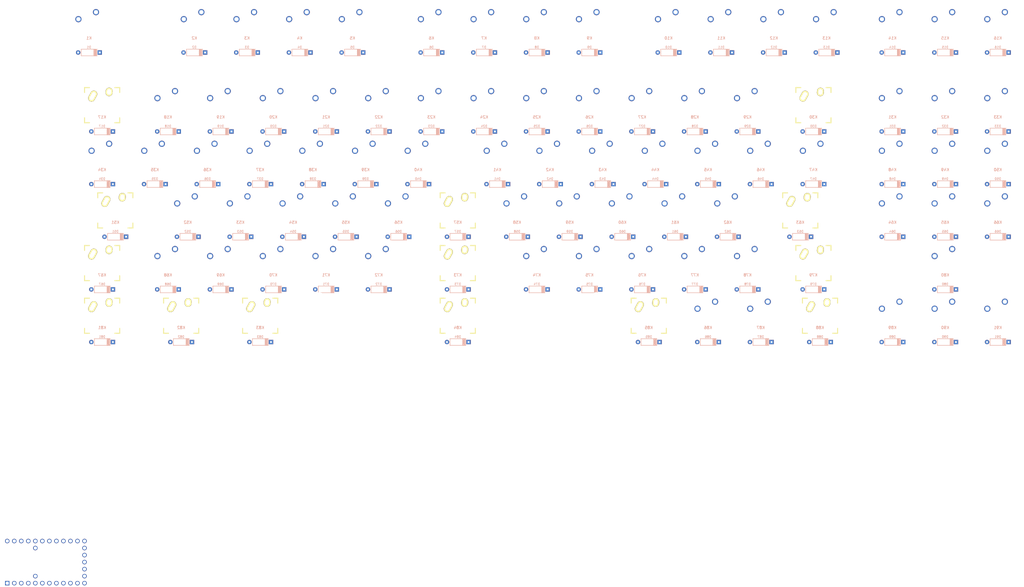
<source format=kicad_pcb>
(kicad_pcb (version 20211014) (generator pcbnew)
  (layers (0 "F.Cu" signal) (31 "B.Cu" signal) (34 "B.Paste" user) (35 "F.Paste" user) (36 "B.SilkS" user "B.Silkscreen") (37 "F.SilkS" user "F.Silkscreen") (38 "B.Mask" user) (39 "F.Mask" user) (44 "Edge.Cuts" user))
  (net 0 "")
  (net 1 "/col4")
  (net 2 "/col12")
  (net 3 "/col5")
  (net 4 "GND")
  (net 5 "/col9")
  (net 6 "/col11")
  (net 7 "/col6")
  (net 8 "/col14")
  (net 9 "/col13")
  (net 10 "/col7")
  (net 12 "/col2")
  (net 13 "/col10")
  (net 14 "/col15")
  (net 15 "/row1")
  (net 16 "/row0")
  (net 17 "/col8")
  (net 18 "/col0")
  (net 19 "/col3")
  (net 20 "/col1")
  (net 21 "/row5")
  (net 22 "/row4")
  (net 23 "/row3")
  (net 24 "/row2")
  (net 25 "+5V")
  (net 28 "Net-(D25-Pad2)")
  (net 29 "Net-(D46-Pad2)")
  (net 30 "Net-(D26-Pad2)")
  (net 31 "Net-(D27-Pad2)")
  (net 32 "Net-(D28-Pad2)")
  (net 33 "Net-(D29-Pad2)")
  (net 34 "Net-(D30-Pad2)")
  (net 35 "Net-(D31-Pad2)")
  (net 36 "Net-(D32-Pad2)")
  (net 37 "Net-(D33-Pad2)")
  (net 38 "Net-(D34-Pad2)")
  (net 39 "Net-(D35-Pad2)")
  (net 40 "Net-(D36-Pad2)")
  (net 41 "Net-(D37-Pad2)")
  (net 42 "Net-(D38-Pad2)")
  (net 43 "Net-(D39-Pad2)")
  (net 44 "Net-(D40-Pad2)")
  (net 45 "Net-(D41-Pad2)")
  (net 46 "Net-(D42-Pad2)")
  (net 47 "Net-(D43-Pad2)")
  (net 48 "Net-(D44-Pad2)")
  (net 49 "Net-(D45-Pad2)")
  (net 50 "Net-(D2-Pad2)")
  (net 51 "Net-(D13-Pad2)")
  (net 52 "Net-(D1-Pad2)")
  (net 53 "Net-(D3-Pad2)")
  (net 54 "Net-(D4-Pad2)")
  (net 55 "Net-(D5-Pad2)")
  (net 56 "Net-(D6-Pad2)")
  (net 57 "Net-(D7-Pad2)")
  (net 58 "Net-(D8-Pad2)")
  (net 59 "Net-(D9-Pad2)")
  (net 60 "Net-(D10-Pad2)")
  (net 61 "Net-(D11-Pad2)")
  (net 62 "Net-(D12-Pad2)")
  (net 63 "Net-(D24-Pad2)")
  (net 64 "Net-(D14-Pad2)")
  (net 65 "Net-(D15-Pad2)")
  (net 66 "Net-(D16-Pad2)")
  (net 67 "Net-(D17-Pad2)")
  (net 68 "Net-(D18-Pad2)")
  (net 69 "Net-(D19-Pad2)")
  (net 70 "Net-(D20-Pad2)")
  (net 71 "Net-(D21-Pad2)")
  (net 72 "Net-(D22-Pad2)")
  (net 73 "Net-(D23-Pad2)")
  (net 74 "Net-(D81-Pad2)")
  (net 75 "Net-(D70-Pad2)")
  (net 76 "Net-(D71-Pad2)")
  (net 77 "Net-(D72-Pad2)")
  (net 78 "Net-(D73-Pad2)")
  (net 79 "Net-(D74-Pad2)")
  (net 80 "Net-(D75-Pad2)")
  (net 81 "Net-(D76-Pad2)")
  (net 82 "Net-(D77-Pad2)")
  (net 83 "Net-(D78-Pad2)")
  (net 84 "Net-(D79-Pad2)")
  (net 85 "Net-(D80-Pad2)")
  (net 86 "Net-(D69-Pad2)")
  (net 87 "Net-(D82-Pad2)")
  (net 88 "Net-(D83-Pad2)")
  (net 89 "Net-(D84-Pad2)")
  (net 90 "Net-(D85-Pad2)")
  (net 91 "Net-(D86-Pad2)")
  (net 92 "Net-(D87-Pad2)")
  (net 93 "Net-(D88-Pad2)")
  (net 94 "Net-(D89-Pad2)")
  (net 95 "Net-(D90-Pad2)")
  (net 96 "Net-(D91-Pad2)")
  (net 97 "Net-(D58-Pad2)")
  (net 98 "Net-(D48-Pad2)")
  (net 99 "Net-(D49-Pad2)")
  (net 100 "Net-(D50-Pad2)")
  (net 101 "Net-(D51-Pad2)")
  (net 102 "Net-(D52-Pad2)")
  (net 103 "Net-(D53-Pad2)")
  (net 104 "Net-(D54-Pad2)")
  (net 105 "Net-(D55-Pad2)")
  (net 106 "Net-(D56-Pad2)")
  (net 107 "Net-(D57-Pad2)")
  (net 108 "Net-(D47-Pad2)")
  (net 109 "Net-(D59-Pad2)")
  (net 110 "Net-(D60-Pad2)")
  (net 111 "Net-(D61-Pad2)")
  (net 112 "Net-(D62-Pad2)")
  (net 113 "Net-(D63-Pad2)")
  (net 114 "Net-(D64-Pad2)")
  (net 115 "Net-(D65-Pad2)")
  (net 116 "Net-(D66-Pad2)")
  (net 117 "Net-(D67-Pad2)")
  (net 118 "Net-(D68-Pad2)")
  (net 119 "Net-(D24-Pad1)")
  (footprint "keebs:Mx_ONLY_100" (layer "F.Cu") (at 357.1875 76.2)
    (fp_text reference "K50")
    (fp_text value "SW_Push" hide)
  )
  (footprint "keebs:Mx_ONLY_100" (layer "F.Cu") (at 319.0875 133.35)
    (fp_text reference "K89")
    (fp_text value "SW_Push" hide)
  )
  (footprint "keebs:Mx_Alps_150" (layer "F.Cu") (at 33.3375 133.35)
    (fp_text reference "K81")
    (fp_text value "SW_Push" hide)
  )
  (footprint "keebs:D_SOD123_noSM_v1.0" (layer "F.Cu") (at 209.55 123.825 180)
    (fp_text reference "D75")
    (fp_text value "1N4148" hide)
  )
  (footprint "keebs:Mx_ONLY_100" (layer "F.Cu") (at 276.225 28.575)
    (fp_text reference "K12")
    (fp_text value "SW_Push" hide)
  )
  (footprint "keebs:D_SOD123_noSM_v1.0" (layer "F.Cu") (at 76.2 123.825 180)
    (fp_text reference "D69")
    (fp_text value "1N4148" hide)
  )
  (footprint "keebs:D_SOD123_noSM_v1.0" (layer "F.Cu") (at 357.1875 85.725 180)
    (fp_text reference "D50")
    (fp_text value "1N4148" hide)
  )
  (footprint "keebs:D_SOD123_noSM_v1.0" (layer "F.Cu") (at 95.25 66.675 180)
    (fp_text reference "D20")
    (fp_text value "1N4148" hide)
  )
  (footprint "keebs:Mx_ONLY_100" (layer "F.Cu") (at 295.275 28.575)
    (fp_text reference "K13")
    (fp_text value "SW_Push" hide)
  )
  (footprint "keebs:D_SOD123_noSM_v1.0" (layer "F.Cu") (at 202.40625 104.775 180)
    (fp_text reference "D59")
    (fp_text value "1N4148" hide)
  )
  (footprint "keebs:Mx_ONLY_100" (layer "F.Cu") (at 128.5875 76.2)
    (fp_text reference "K39")
    (fp_text value "SW_Push" hide)
  )
  (footprint "keebs:Teensy2.0_text_mod_v1.2" (layer "F.Cu") (at 13 222.5)
    (fp_text reference "U1")
    (fp_text value "Elite_C_V4")
  )
  (footprint "keebs:Mx_ONLY_100" (layer "F.Cu") (at 319.0875 76.2)
    (fp_text reference "K48")
    (fp_text value "SW_Push" hide)
  )
  (footprint "keebs:D_SOD123_noSM_v1.0" (layer "F.Cu") (at 209.55 38.1 180)
    (fp_text reference "D9")
    (fp_text value "1N4148" hide)
  )
  (footprint "keebs:Mx_ONLY_100" (layer "F.Cu") (at 338.1375 133.35)
    (fp_text reference "K90")
    (fp_text value "SW_Push" hide)
  )
  (footprint "keebs:D_SOD123_noSM_v1.0" (layer "F.Cu") (at 357.1875 38.1 180)
    (fp_text reference "D16")
    (fp_text value "1N4148" hide)
  )
  (footprint "keebs:D_SOD123_noSM_v1.0" (layer "F.Cu") (at 152.4 66.675 180)
    (fp_text reference "D23")
    (fp_text value "1N4148" hide)
  )
  (footprint "keebs:D_SOD123_noSM_v1.0" (layer "F.Cu") (at 171.45 38.1 180)
    (fp_text reference "D7")
    (fp_text value "1N4148" hide)
  )
  (footprint "keebs:Mx_ONLY_100" (layer "F.Cu") (at 257.175 28.575)
    (fp_text reference "K11")
    (fp_text value "SW_Push" hide)
  )
  (footprint "keebs:Mx_Alps_125" (layer "F.Cu") (at 230.98125 133.35)
    (fp_text reference "K85")
    (fp_text value "SW_Push" hide)
  )
  (footprint "keebs:D_SOD123_noSM_v1.0" (layer "F.Cu") (at 133.35 66.675 180)
    (fp_text reference "D22")
    (fp_text value "1N4148" hide)
  )
  (footprint "keebs:Mx_Alps_125" (layer "F.Cu") (at 161.925 95.25)
    (fp_text reference "K57")
    (fp_text value "SW_Push" hide)
  )
  (footprint "keebs:D_SOD123_noSM_v1.0" (layer "F.Cu") (at 140.49375 104.775 180)
    (fp_text reference "D56")
    (fp_text value "1N4148" hide)
  )
  (footprint "keebs:Mx_ONLY_100" (layer "F.Cu") (at 290.5125 76.2)
    (fp_text reference "K47")
    (fp_text value "SW_Push" hide)
  )
  (footprint "keebs:D_SOD123_noSM_v1.0" (layer "F.Cu") (at 171.45 66.675 180)
    (fp_text reference "D24")
    (fp_text value "1N4148" hide)
  )
  (footprint "keebs:Mx_ONLY_100" (layer "F.Cu") (at 52.3875 76.2)
    (fp_text reference "K35")
    (fp_text value "SW_Push" hide)
  )
  (footprint "keebs:D_SOD123_noSM_v1.0" (layer "F.Cu") (at 33.3375 85.725 180)
    (fp_text reference "D34")
    (fp_text value "1N4148" hide)
  )
  (footprint "keebs:D_SOD123_noSM_v1.0" (layer "F.Cu") (at 233.3625 85.725 180)
    (fp_text reference "D44")
    (fp_text value "1N4148" hide)
  )
  (footprint "keebs:D_SOD123_noSM_v1.0" (layer "F.Cu") (at 161.925 123.825 180)
    (fp_text reference "D73")
    (fp_text value "1N4148" hide)
  )
  (footprint "keebs:Mx_ONLY_100" (layer "F.Cu") (at 176.2125 76.2)
    (fp_text reference "K41")
    (fp_text value "SW_Push" hide)
  )
  (footprint "keebs:Mx_ONLY_100" (layer "F.Cu") (at 247.65 57.15)
    (fp_text reference "K28")
    (fp_text value "SW_Push" hide)
  )
  (footprint "keebs:D_SOD123_noSM_v1.0" (layer "F.Cu") (at 102.39375 104.775 180)
    (fp_text reference "D54")
    (fp_text value "1N4148" hide)
  )
  (footprint "keebs:D_SOD123_noSM_v1.0" (layer "F.Cu") (at 90.4875 142.875 180)
    (fp_text reference "D83")
    (fp_text value "1N4148" hide)
  )
  (footprint "keebs:D_SOD123_noSM_v1.0" (layer "F.Cu") (at 57.15 123.825 180)
    (fp_text reference "D68")
    (fp_text value "1N4148" hide)
  )
  (footprint "keebs:Mx_ONLY_100" (layer "F.Cu") (at 104.775 28.575)
    (fp_text reference "K4")
    (fp_text value "SW_Push" hide)
  )
  (footprint "keebs:Mx_ONLY_100" (layer "F.Cu") (at 247.65 114.3)
    (fp_text reference "K77")
    (fp_text value "SW_Push" hide)
  )
  (footprint "keebs:D_SOD123_noSM_v1.0" (layer "F.Cu") (at 161.925 142.875 180)
    (fp_text reference "D84")
    (fp_text value "1N4148" hide)
  )
  (footprint "keebs:Mx_ONLY_100" (layer "F.Cu") (at 271.4625 76.2)
    (fp_text reference "K46")
    (fp_text value "SW_Push" hide)
  )
  (footprint "keebs:D_SOD123_noSM_v1.0" (layer "F.Cu") (at 214.3125 85.725 180)
    (fp_text reference "D43")
    (fp_text value "1N4148" hide)
  )
  (footprint "keebs:Mx_ONLY_100" (layer "F.Cu") (at 76.2 114.3)
    (fp_text reference "K69")
    (fp_text value "SW_Push" hide)
  )
  (footprint "keebs:Mx_ONLY_100" (layer "F.Cu") (at 233.3625 76.2)
    (fp_text reference "K44")
    (fp_text value "SW_Push" hide)
  )
  (footprint "keebs:D_SOD123_noSM_v1.0" (layer "F.Cu") (at 221.45625 104.775 180)
    (fp_text reference "D60")
    (fp_text value "1N4148" hide)
  )
  (footprint "keebs:D_SOD123_noSM_v1.0" (layer "F.Cu") (at 114.3 66.675 180)
    (fp_text reference "D21")
    (fp_text value "1N4148" hide)
  )
  (footprint "keebs:Mx_Alps_200" (layer "F.Cu") (at 161.925 114.3)
    (fp_text reference "K73")
    (fp_text value "SW_Push" hide)
  )
  (footprint "keebs:Mx_ONLY_100" (layer "F.Cu") (at 338.1375 114.3)
    (fp_text reference "K80")
    (fp_text value "SW_Push" hide)
  )
  (footprint "keebs:Mx_Alps_150" (layer "F.Cu") (at 33.3375 114.3)
    (fp_text reference "K67")
    (fp_text value "SW_Push" hide)
  )
  (footprint "keebs:Mx_ONLY_100" (layer "F.Cu") (at 109.5375 76.2)
    (fp_text reference "K38")
    (fp_text value "SW_Push" hide)
  )
  (footprint "keebs:Mx_ONLY_100" (layer "F.Cu") (at 240.50625 95.25)
    (fp_text reference "K61")
    (fp_text value "SW_Push" hide)
  )
  (footprint "keebs:D_SOD123_noSM_v1.0" (layer "F.Cu") (at 52.3875 85.725 180)
    (fp_text reference "D35")
    (fp_text value "1N4148" hide)
  )
  (footprint "keebs:Mx_ONLY_100" (layer "F.Cu") (at 209.55 28.575)
    (fp_text reference "K9")
    (fp_text value "SW_Push" hide)
  )
  (footprint "keebs:Mx_ONLY_100" (layer "F.Cu") (at 133.35 114.3)
    (fp_text reference "K72")
    (fp_text value "SW_Push" hide)
  )
  (footprint "keebs:D_SOD123_noSM_v1.0" (layer "F.Cu") (at 319.0875 66.675 180)
    (fp_text reference "D31")
    (fp_text value "1N4148" hide)
  )
  (footprint "keebs:D_SOD123_noSM_v1.0" (layer "F.Cu") (at 319.0875 104.775 180)
    (fp_text reference "D64")
    (fp_text value "1N4148" hide)
  )
  (footprint "keebs:Mx_ONLY_100" (layer "F.Cu") (at 95.25 114.3)
    (fp_text reference "K70")
    (fp_text value "SW_Push" hide)
  )
  (footprint "keebs:Mx_ONLY_100" (layer "F.Cu") (at 140.49375 95.25)
    (fp_text reference "K56")
    (fp_text value "SW_Push" hide)
  )
  (footprint "keebs:D_SOD123_noSM_v1.0" (layer "F.Cu") (at 61.9125 142.875 180)
    (fp_text reference "D82")
    (fp_text value "1N4148" hide)
  )
  (footprint "keebs:Mx_Alps_150" (layer "F.Cu") (at 61.9125 133.35)
    (fp_text reference "K82")
    (fp_text value "SW_Push" hide)
  )
  (footprint "keebs:D_SOD123_noSM_v1.0" (layer "F.Cu") (at 266.7 66.675 180)
    (fp_text reference "D29")
    (fp_text value "1N4148" hide)
  )
  (footprint "keebs:D_SOD123_noSM_v1.0" (layer "F.Cu") (at 357.1875 104.775 180)
    (fp_text reference "D66")
    (fp_text value "1N4148" hide)
  )
  (footprint "keebs:Mx_ONLY_100" (layer "F.Cu") (at 76.2 57.15)
    (fp_text reference "K19")
    (fp_text value "SW_Push" hide)
  )
  (footprint "keebs:Mx_Alps_175" (layer "F.Cu") (at 38.1 95.25)
    (fp_text reference "K51")
    (fp_text value "SW_Push" hide)
  )
  (footprint "keebs:D_SOD123_noSM_v1.0" (layer "F.Cu") (at 290.5125 66.675 180)
    (fp_text reference "D30")
    (fp_text value "1N4148" hide)
  )
  (footprint "keebs:Mx_ONLY_100" (layer "F.Cu") (at 357.1875 28.575)
    (fp_text reference "K16")
    (fp_text value "SW_Push" hide)
  )
  (footprint "keebs:D_SOD123_noSM_v1.0" (layer "F.Cu") (at 114.3 123.825 180)
    (fp_text reference "D71")
    (fp_text value "1N4148" hide)
  )
  (footprint "keebs:D_SOD123_noSM_v1.0" (layer "F.Cu") (at 128.5875 85.725 180)
    (fp_text reference "D39")
    (fp_text value "1N4148" hide)
  )
  (footprint "keebs:D_SOD123_noSM_v1.0" (layer "F.Cu") (at 83.34375 104.775 180)
    (fp_text reference "D53")
    (fp_text value "1N4148" hide)
  )
  (footprint "keebs:Mx_ONLY_100" (layer "F.Cu") (at 214.3125 76.2)
    (fp_text reference "K43")
    (fp_text value "SW_Push" hide)
  )
  (footprint "keebs:D_SOD123_noSM_v1.0" (layer "F.Cu") (at 90.4875 85.725 180)
    (fp_text reference "D37")
    (fp_text value "1N4148" hide)
  )
  (footprint "keebs:Mx_ONLY_100" (layer "F.Cu") (at 221.45625 95.25)
    (fp_text reference "K60")
    (fp_text value "SW_Push" hide)
  )
  (footprint "keebs:Mx_ONLY_100" (layer "F.Cu") (at 357.1875 133.35)
    (fp_text reference "K91")
    (fp_text value "SW_Push" hide)
  )
  (footprint "keebs:D_SOD123_noSM_v1.0" (layer "F.Cu") (at 259.55625 104.775 180)
    (fp_text reference "D62")
    (fp_text value "1N4148" hide)
  )
  (footprint "keebs:Mx_Alps_175" (layer "F.Cu") (at 285.75 95.25)
    (fp_text reference "K63")
    (fp_text value "SW_Push" hide)
  )
  (footprint "keebs:D_SOD123_noSM_v1.0" (layer "F.Cu") (at 338.1375 142.875 180)
    (fp_text reference "D90")
    (fp_text value "1N4148" hide)
  )
  (footprint "keebs:Mx_ONLY_100" (layer "F.Cu") (at 319.0875 95.25)
    (fp_text reference "K64")
    (fp_text value "SW_Push" hide)
  )
  (footprint "keebs:Mx_ONLY_100" (layer "F.Cu") (at 209.55 57.15)
    (fp_text reference "K26")
    (fp_text value "SW_Push" hide)
  )
  (footprint "keebs:Mx_Alps_150" (layer "F.Cu") (at 90.4875 133.35)
    (fp_text reference "K83")
    (fp_text value "SW_Push" hide)
  )
  (footprint "keebs:D_SOD123_noSM_v1.0" (layer "F.Cu") (at 190.5 66.675 180)
    (fp_text reference "D25")
    (fp_text value "1N4148" hide)
  )
  (footprint "keebs:Mx_ONLY_100" (layer "F.Cu") (at 190.5 57.15)
    (fp_text reference "K25")
    (fp_text value "SW_Push" hide)
  )
  (footprint "keebs:D_SOD123_noSM_v1.0" (layer "F.Cu") (at 195.2625 85.725 180)
    (fp_text reference "D42")
    (fp_text value "1N4148" hide)
  )
  (footprint "keebs:D_SOD123_noSM_v1.0" (layer "F.Cu") (at 121.44375 104.775 180)
    (fp_text reference "D55")
    (fp_text value "1N4148" hide)
  )
  (footprint "keebs:Mx_ONLY_100" (layer "F.Cu") (at 266.7 114.3)
    (fp_text reference "K78")
    (fp_text value "SW_Push" hide)
  )
  (footprint "keebs:Mx_ONLY_100" (layer "F.Cu") (at 114.3 114.3)
    (fp_text reference "K71")
    (fp_text value "SW_Push" hide)
  )
  (footprint "keebs:D_SOD123_noSM_v1.0" (layer "F.Cu") (at 292.89375 142.875 180)
    (fp_text reference "D88")
    (fp_text value "1N4148" hide)
  )
  (footprint "keebs:D_SOD123_noSM_v1.0" (layer "F.Cu") (at 338.1375 85.725 180)
    (fp_text reference "D49")
    (fp_text value "1N4148" hide)
  )
  (footprint "keebs:Mx_ONLY_100" (layer "F.Cu") (at 259.55625 95.25)
    (fp_text reference "K62")
    (fp_text value "SW_Push" hide)
  )
  (footprint "keebs:D_SOD123_noSM_v1.0" (layer "F.Cu") (at 290.5125 85.725 180)
    (fp_text reference "D47")
    (fp_text value "1N4148" hide)
  )
  (footprint "keebs:Mx_ONLY_100" (layer "F.Cu") (at 190.5 114.3)
    (fp_text reference "K74")
    (fp_text value "SW_Push" hide)
  )
  (footprint "keebs:Mx_ONLY_100" (layer "F.Cu") (at 90.4875 76.2)
    (fp_text reference "K37")
    (fp_text value "SW_Push" hide)
  )
  (footprint "keebs:D_SOD123_noSM_v1.0" (layer "F.Cu") (at 319.0875 38.1 180)
    (fp_text reference "D14")
    (fp_text value "1N4148" hide)
  )
  (footprint "keebs:D_SOD123_noSM_v1.0" (layer "F.Cu") (at 238.125 38.1 180)
    (fp_text reference "D10")
    (fp_text value "1N4148" hide)
  )
  (footprint "keebs:Mx_Alps_150" (layer "F.Cu") (at 290.5125 57.15)
    (fp_text reference "K30")
    (fp_text value "SW_Push" hide)
  )
  (footprint "keebs:D_SOD123_noSM_v1.0" (layer "F.Cu") (at 71.4375 85.725 180)
    (fp_text reference "D36")
    (fp_text value "1N4148" hide)
  )
  (footprint "keebs:Mx_ONLY_100" (layer "F.Cu") (at 190.5 28.575)
    (fp_text reference "K8")
    (fp_text value "SW_Push" hide)
  )
  (footprint "keebs:D_SOD123_noSM_v1.0" (layer "F.Cu") (at 271.4625 85.725 180)
    (fp_text reference "D46")
    (fp_text value "1N4148" hide)
  )
  (footprint "keebs:D_SOD123_noSM_v1.0" (layer "F.Cu") (at 33.3375 123.825 180)
    (fp_text reference "D67")
    (fp_text value "1N4148" hide)
  )
  (footprint "keebs:Mx_ONLY_100" (layer "F.Cu") (at 195.2625 76.2)
    (fp_text reference "K42")
    (fp_text value "SW_Push" hide)
  )
  (footprint "keebs:D_SOD123_noSM_v1.0" (layer "F.Cu") (at 176.2125 85.725 180)
    (fp_text reference "D41")
    (fp_text value "1N4148" hide)
  )
  (footprint "keebs:D_SOD123_noSM_v1.0" (layer "F.Cu") (at 271.4625 142.875 180)
    (fp_text reference "D87")
    (fp_text value "1N4148" hide)
  )
  (footprint "keebs:D_SOD123_noSM_v1.0" (layer "F.Cu") (at 123.825 38.1 180)
    (fp_text reference "D5")
    (fp_text value "1N4148" hide)
  )
  (footprint "keebs:D_SOD123_noSM_v1.0" (layer "F.Cu") (at 319.0875 85.725 180)
    (fp_text reference "D48")
    (fp_text value "1N4148" hide)
  )
  (footprint "keebs:Mx_ONLY_100" (layer "F.Cu") (at 95.25 57.15)
    (fp_text reference "K20")
    (fp_text value "SW_Push" hide)
  )
  (footprint "keebs:D_SOD123_noSM_v1.0" (layer "F.Cu") (at 28.575 38.1 180)
    (fp_text reference "D1")
    (fp_text value "1N4148" hide)
  )
  (footprint "keebs:D_SOD123_noSM_v1.0" (layer "F.Cu") (at 247.65 123.825 180)
    (fp_text reference "D77")
    (fp_text value "1N4148" hide)
  )
  (footprint "keebs:Mx_ONLY_100" (layer "F.Cu") (at 252.4125 133.35)
    (fp_text reference "K86")
    (fp_text value "SW_Push" hide)
  )
  (footprint "keebs:D_SOD123_noSM_v1.0" (layer "F.Cu") (at 57.15 66.675 180)
    (fp_text reference "D18")
    (fp_text value "1N4148" hide)
  )
  (footprint "keebs:Mx_ONLY_100" (layer "F.Cu") (at 271.4625 133.35)
    (fp_text reference "K87")
    (fp_text value "SW_Push" hide)
  )
  (footprint "keebs:Mx_ONLY_100" (layer "F.Cu") (at 228.6 57.15)
    (fp_text reference "K27")
    (fp_text value "SW_Push" hide)
  )
  (footprint "keebs:D_SOD123_noSM_v1.0" (layer "F.Cu") (at 276.225 38.1 180)
    (fp_text reference "D12")
    (fp_text value "1N4148" hide)
  )
  (footprint "keebs:D_SOD123_noSM_v1.0" (layer "F.Cu") (at 104.775 38.1 180)
    (fp_text reference "D4")
    (fp_text value "1N4148" hide)
  )
  (footprint "keebs:Mx_ONLY_100" (layer "F.Cu") (at 338.1375 76.2)
    (fp_text reference "K49")
    (fp_text value "SW_Push" hide)
  )
  (footprint "keebs:D_SOD123_noSM_v1.0" (layer "F.Cu") (at 183.35625 104.775 180)
    (fp_text reference "D58")
    (fp_text value "1N4148" hide)
  )
  (footprint "keebs:Mx_ONLY_100" (layer "F.Cu") (at 338.1375 28.575)
    (fp_text reference "K15")
    (fp_text value "SW_Push" hide)
  )
  (footprint "keebs:Mx_ONLY_100" (layer "F.Cu") (at 114.3 57.15)
    (fp_text reference "K21")
    (fp_text value "SW_Push" hide)
  )
  (footprint "keebs:Mx_ONLY_100" (layer "F.Cu") (at 83.34375 95.25)
    (fp_text reference "K53")
    (fp_text value "SW_Push" hide)
  )
  (footprint "keebs:Mx_ONLY_100" (layer "F.Cu") (at 71.4375 76.2)
    (fp_text reference "K36")
    (fp_text value "SW_Push" hide)
  )
  (footprint "keebs:Mx_Alps_150" (layer "F.Cu") (at 33.3375 57.15)
    (fp_text reference "K17")
    (fp_text value "SW_Push" hide)
  )
  (footprint "keebs:Mx_ONLY_100" (layer "F.Cu") (at 357.1875 95.25)
    (fp_text reference "K66")
    (fp_text value "SW_Push" hide)
  )
  (footprint "keebs:D_SOD123_noSM_v1.0" (layer "F.Cu") (at 357.1875 142.875 180)
    (fp_text reference "D91")
    (fp_text value "1N4148" hide)
  )
  (footprint "keebs:Mx_ONLY_100" (layer "F.Cu") (at 252.4125 76.2)
    (fp_text reference "K45")
    (fp_text value "SW_Push" hide)
  )
  (footprint "keebs:D_SOD123_noSM_v1.0" (layer "F.Cu") (at 357.1875 66.675 180)
    (fp_text reference "D33")
    (fp_text value "1N4148" hide)
  )
  (footprint "keebs:Mx_ONLY_100" (layer "F.Cu") (at 357.1875 57.15)
    (fp_text reference "K33")
    (fp_text value "SW_Push" hide)
  )
  (footprint "keebs:D_SOD123_noSM_v1.0" (layer "F.Cu") (at 228.6 123.825 180)
    (fp_text reference "D76")
    (fp_text value "1N4148" hide)
  )
  (footprint "keebs:Mx_ONLY_100" (layer "F.Cu") (at 319.0875 28.575)
    (fp_text reference "K14")
    (fp_text value "SW_Push" hide)
  )
  (footprint "keebs:Mx_ONLY_100" (layer "F.Cu") (at 85.725 28.575)
    (fp_text reference "K3")
    (fp_text value "SW_Push" hide)
  )
  (footprint "keebs:D_SOD123_noSM_v1.0" (layer "F.Cu") (at 209.55 66.675 180)
    (fp_text reference "D26")
    (fp_text value "1N4148" hide)
  )
  (footprint "keebs:D_SOD123_noSM_v1.0" (layer "F.Cu") (at 76.2 66.675 180)
    (fp_text reference "D19")
    (fp_text value "1N4148" hide)
  )
  (footprint "keebs:D_SOD123_noSM_v1.0" (layer "F.Cu") (at 64.29375 104.775 180)
    (fp_text reference "D52")
    (fp_text value "1N4148" hide)
  )
  (footprint "keebs:D_SOD123_noSM_v1.0" (layer "F.Cu") (at 109.5375 85.725 180)
    (fp_text reference "D38")
    (fp_text value "1N4148" hide)
  )
  (footprint "keebs:D_SOD123_noSM_v1.0" (layer "F.Cu") (at 230.98125 142.875 180)
    (fp_text reference "D85")
    (fp_text value "1N4148" hide)
  )
  (footprint "keebs:D_SOD123_noSM_v1.0" (layer "F.Cu") (at 338.1375 38.1 180)
    (fp_text reference "D15")
    (fp_text value "1N4148" hide)
  )
  (footprint "keebs:Mx_ONLY_100" (layer "F.Cu") (at 319.0875 57.15)
    (fp_text reference "K31")
    (fp_text value "SW_Push" hide)
  )
  (footprint "keebs:Mx_ONLY_100" (layer "F.Cu") (at 266.7 57.15)
    (fp_text reference "K29")
    (fp_text value "SW_Push" hide)
  )
  (footprint "keebs:D_SOD123_noSM_v1.0" (layer "F.Cu") (at 252.4125 85.725 180)
    (fp_text reference "D45")
    (fp_text value "1N4148" hide)
  )
  (footprint "keebs:Mx_Alps_125" (layer "F.Cu") (at 292.89375 133.35)
    (fp_text reference "K88")
    (fp_text value "SW_Push" hide)
  )
  (footprint "keebs:Mx_ONLY_100" (layer "F.Cu") (at 209.55 114.3)
    (fp_text reference "K75")
    (fp_text value "SW_Push" hide)
  )
  (footprint "keebs:D_SOD123_noSM_v1.0" (layer "F.Cu") (at 95.25 123.825 180)
    (fp_text reference "D70")
    (fp_text value "1N4148" hide)
  )
  (footprint "keebs:D_SOD123_noSM_v1.0" (layer "F.Cu") (at 33.3375 66.675 180)
    (fp_text reference "D17")
    (fp_text value "1N4148" hide)
  )
  (footprint "keebs:Mx_ONLY_100" (layer "F.Cu") (at 133.35 57.15)
    (fp_text reference "K22")
    (fp_text value "SW_Push" hide)
  )
  (footprint "keebs:D_SOD123_noSM_v1.0" (layer "F.Cu") (at 33.3375 142.875 180)
    (fp_text reference "D81")
    (fp_text value "1N4148" hide)
  )
  (footprint "keebs:D_SOD123_noSM_v1.0" (layer "F.Cu") (at 247.65 66.675 180)
    (fp_text reference "D28")
    (fp_text value "1N4148" hide)
  )
  (footprint "keebs:D_SOD123_noSM_v1.0" (layer "F.Cu") (at 319.0875 142.875 180)
    (fp_text reference "D89")
    (fp_text value "1N4148" hide)
  )
  (footprint "keebs:Mx_ONLY_100" (layer "F.Cu") (at 33.3375 76.2)
    (fp_text reference "K34")
    (fp_text value "SW_Push" hide)
  )
  (footprint "keebs:Mx_ONLY_100" (layer "F.Cu") (at 338.1375 57.15)
    (fp_text reference "K32")
    (fp_text value "SW_Push" hide)
  )
  (footprint "keebs:Mx_ONLY_100" (layer "F.Cu") (at 64.29375 95.25)
    (fp_text reference "K52")
    (fp_text value "SW_Push" hide)
  )
  (footprint "keebs:D_SOD123_noSM_v1.0" (layer "F.Cu") (at 161.925 104.775 180)
    (fp_text reference "D57")
    (fp_text value "1N4148" hide)
  )
  (footprint "keebs:D_SOD123_noSM_v1.0" (layer "F.Cu") (at 66.675 38.1 180)
    (fp_text reference "D2")
    (fp_text value "1N4148" hide)
  )
  (footprint "keebs:Mx_ONLY_100" (layer "F.Cu") (at 183.35625 95.25)
    (fp_text reference "K58")
    (fp_text value "SW_Push" hide)
  )
  (footprint "keebs:D_SOD123_noSM_v1.0" (layer "F.Cu") (at 252.4125 142.875 180)
    (fp_text reference "D86")
    (fp_text value "1N4148" hide)
  )
  (footprint "keebs:D_SOD123_noSM_v1.0" (layer "F.Cu") (at 152.4 38.1 180)
    (fp_text reference "D6")
    (fp_text value "1N4148" hide)
  )
  (footprint "keebs:Mx_Alps_600" (layer "F.Cu") (at 161.925 133.35)
    (fp_text reference "K84")
    (fp_text value "SW_Push" hide)
  )
  (footprint "keebs:D_SOD123_noSM_v1.0" (layer "F.Cu") (at 190.5 123.825 180)
    (fp_text reference "D74")
    (fp_text value "1N4148" hide)
  )
  (footprint "keebs:Mx_ONLY_100" (layer "F.Cu") (at 57.15 114.3)
    (fp_text reference "K68")
    (fp_text value "SW_Push" hide)
  )
  (footprint "keebs:D_SOD123_noSM_v1.0" (layer "F.Cu") (at 295.275 38.1 180)
    (fp_text reference "D13")
    (fp_text value "1N4148" hide)
  )
  (footprint "keebs:D_SOD123_noSM_v1.0" (layer "F.Cu") (at 38.1 104.775 180)
    (fp_text reference "D51")
    (fp_text value "1N4148" hide)
  )
  (footprint "keebs:Mx_ONLY_100" (layer "F.Cu") (at 171.45 28.575)
    (fp_text reference "K7")
    (fp_text value "SW_Push" hide)
  )
  (footprint "keebs:D_SOD123_noSM_v1.0" (layer "F.Cu") (at 285.75 104.775 180)
    (fp_text reference "D63")
    (fp_text value "1N4148" hide)
  )
  (footprint "keebs:Mx_ONLY_100" (layer "F.Cu") (at 202.40625 95.25)
    (fp_text reference "K59")
    (fp_text value "SW_Push" hide)
  )
  (footprint "keebs:D_SOD123_noSM_v1.0" (layer "F.Cu") (at 228.6 66.675 180)
    (fp_text reference "D27")
    (fp_text value "1N4148" hide)
  )
  (footprint "keebs:Mx_ONLY_100" (layer "F.Cu") (at 171.45 57.15)
    (fp_text reference "K24")
    (fp_text value "SW_Push" hide)
  )
  (footprint "keebs:Mx_ONLY_100" (layer "F.Cu") (at 238.125 28.575)
    (fp_text reference "K10")
    (fp_text value "SW_Push" hide)
  )
  (footprint "keebs:D_SOD123_noSM_v1.0" (layer "F.Cu") (at 85.725 38.1 180)
    (fp_text reference "D3")
    (fp_text value "1N4148" hide)
  )
  (footprint "keebs:D_SOD123_noSM_v1.0" (layer "F.Cu") (at 338.1375 66.675 180)
    (fp_text reference "D32")
    (fp_text value "1N4148" hide)
  )
  (footprint "keebs:D_SOD123_noSM_v1.0" (layer "F.Cu") (at 133.35 123.825 180)
    (fp_text reference "D72")
    (fp_text value "1N4148" hide)
  )
  (footprint "keebs:Mx_ONLY_100" (layer "F.Cu") (at 338.1375 95.25)
    (fp_text reference "K65")
    (fp_text value "SW_Push" hide)
  )
  (footprint "keebs:D_SOD123_noSM_v1.0" (layer "F.Cu") (at 266.7 123.825 180)
    (fp_text reference "D78")
    (fp_text value "1N4148" hide)
  )
  (footprint "keebs:Mx_ONLY_100" (layer "F.Cu") (at 123.825 28.575)
    (fp_text reference "K5")
    (fp_text value "SW_Push" hide)
  )
  (footprint "keebs:D_SOD123_noSM_v1.0" (layer "F.Cu") (at 240.50625 104.775 180)
    (fp_text reference "D61")
    (fp_text value "1N4148" hide)
  )
  (footprint "keebs:Mx_ONLY_100" (layer "F.Cu") (at 57.15 57.15)
    (fp_text reference "K18")
    (fp_text value "SW_Push" hide)
  )
  (footprint "keebs:Mx_ONLY_100" (layer "F.Cu") (at 66.675 28.575)
    (fp_text reference "K2")
    (fp_text value "SW_Push" hide)
  )
  (footprint "keebs:D_SOD123_noSM_v1.0" (layer "F.Cu") (at 338.1375 104.775 180)
    (fp_text reference "D65")
    (fp_text value "1N4148" hide)
  )
  (footprint "keebs:Mx_ONLY_100" (layer "F.Cu") (at 228.6 114.3)
    (fp_text reference "K76")
    (fp_text value "SW_Push" hide)
  )
  (footprint "keebs:D_SOD123_noSM_v1.0" (layer "F.Cu") (at 290.5125 123.825 180)
    (fp_text reference "D79")
    (fp_text value "1N4148" hide)
  )
  (footprint "keebs:Mx_ONLY_100" (layer "F.Cu") (at 121.44375 95.25)
    (fp_text reference "K55")
    (fp_text value "SW_Push" hide)
  )
  (footprint "keebs:D_SOD123_noSM_v1.0" (layer "F.Cu") (at 257.175 38.1 180)
    (fp_text reference "D11")
    (fp_text value "1N4148" hide)
  )
  (footprint "keebs:Mx_ONLY_100" (layer "F.Cu") (at 147.6375 76.2)
    (fp_text reference "K40")
    (fp_text value "SW_Push" hide)
  )
  (footprint "keebs:D_SOD123_noSM_v1.0" (layer "F.Cu") (at 338.1375 123.825 180)
    (fp_text reference "D80")
    (fp_text value "1N4148" hide)
  )
  (footprint "keebs:D_SOD123_noSM_v1.0" (layer "F.Cu") (at 147.6375 85.725 180)
    (fp_text reference "D40")
    (fp_text value "1N4148" hide)
  )
  (footprint "keebs:Mx_ONLY_100" (layer "F.Cu") (at 152.4 57.15)
    (fp_text reference "K23")
    (fp_text value "SW_Push" hide)
  )
  (footprint "keebs:Mx_ONLY_100" (layer "F.Cu") (at 152.4 28.575)
    (fp_text reference "K6")
    (fp_text value "SW_Push" hide)
  )
  (footprint "keebs:Mx_Alps_150" (layer "F.Cu") (at 290.5125 114.3)
    (fp_text reference "K79")
    (fp_text value "SW_Push" hide)
  )
  (footprint "keebs:Mx_ONLY_100" (layer "F.Cu") (at 102.39375 95.25)
    (fp_text reference "K54")
    (fp_text value "SW_Push" hide)
  )
  (footprint "keebs:Mx_ONLY_100" (layer "F.Cu") (at 28.575 28.575)
    (fp_text reference "K1")
    (fp_text value "SW_Push" hide)
  )
  (footprint "keebs:D_SOD123_noSM_v1.0" (layer "F.Cu") (at 190.5 38.1 180)
    (fp_text reference "D8")
    (fp_text value "1N4148" hide)
  )
)
</source>
